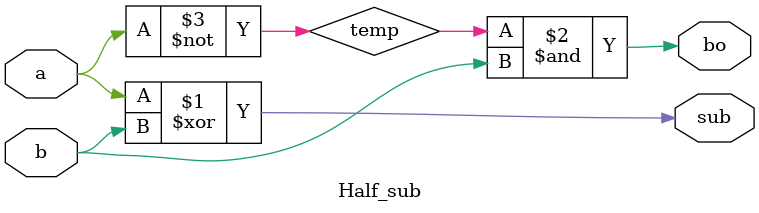
<source format=v>
`timescale 1ns / 1ps

module Half_sub(
    input a,b,
    output sub, bo
    );
    wire temp;
    xor g1(sub,a,b);
    not(temp,a);
    and g2(bo,temp,b);
endmodule

</source>
